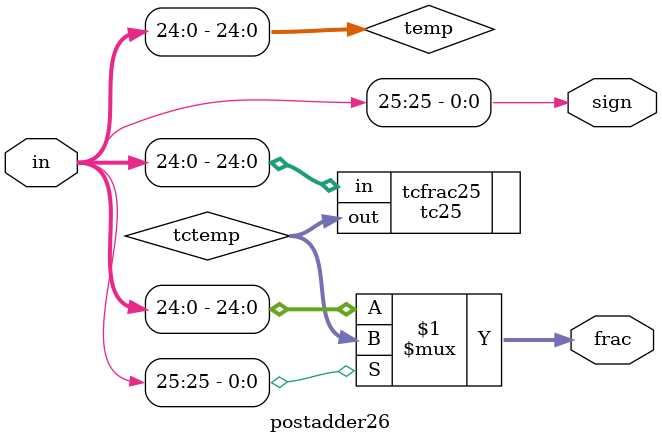
<source format=v>

module postadder26(sign,frac,in);
output	sign;
output	[24:0]frac;
input	[25:0]in;

wire	[24:0]temp,tctemp;

assign	sign=in[25];
	
assign 	temp=in[24:0];
tc25	tcfrac25(.out(tctemp),.in(temp));
assign	frac=sign?tctemp:temp;

endmodule

</source>
